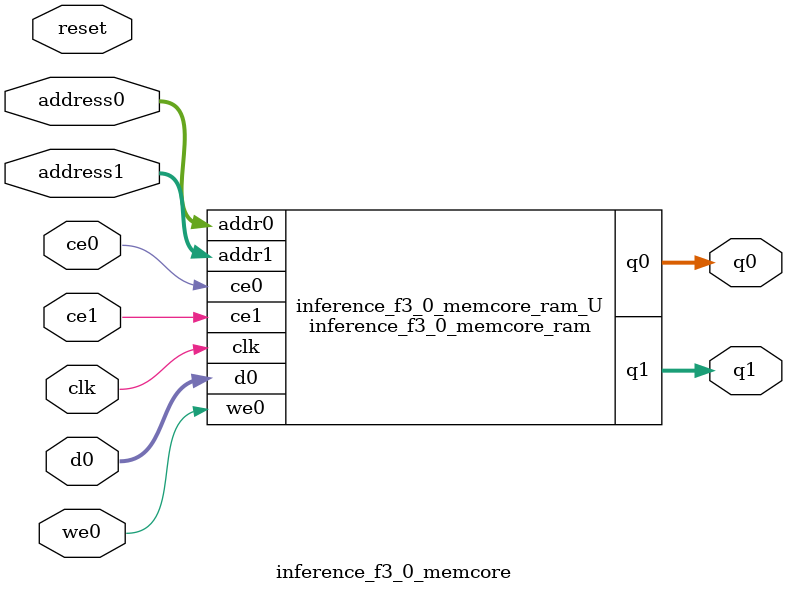
<source format=v>

`timescale 1 ns / 1 ps
module inference_f3_0_memcore_ram (addr0, ce0, d0, we0, q0, addr1, ce1, q1,  clk);

parameter DWIDTH = 32;
parameter AWIDTH = 14;
parameter MEM_SIZE = 9600;

input[AWIDTH-1:0] addr0;
input ce0;
input[DWIDTH-1:0] d0;
input we0;
output reg[DWIDTH-1:0] q0;
input[AWIDTH-1:0] addr1;
input ce1;
output reg[DWIDTH-1:0] q1;
input clk;

(* ram_style = "block" *)reg [DWIDTH-1:0] ram[MEM_SIZE-1:0];




always @(posedge clk)  
begin 
    if (ce0) 
    begin
        if (we0) 
        begin 
            ram[addr0] <= d0; 
            q0 <= d0;
        end 
        else 
            q0 <= ram[addr0];
    end
end


always @(posedge clk)  
begin 
    if (ce1) 
    begin
            q1 <= ram[addr1];
    end
end


endmodule


`timescale 1 ns / 1 ps
module inference_f3_0_memcore(
    reset,
    clk,
    address0,
    ce0,
    we0,
    d0,
    q0,
    address1,
    ce1,
    q1);

parameter DataWidth = 32'd32;
parameter AddressRange = 32'd9600;
parameter AddressWidth = 32'd14;
input reset;
input clk;
input[AddressWidth - 1:0] address0;
input ce0;
input we0;
input[DataWidth - 1:0] d0;
output[DataWidth - 1:0] q0;
input[AddressWidth - 1:0] address1;
input ce1;
output[DataWidth - 1:0] q1;



inference_f3_0_memcore_ram inference_f3_0_memcore_ram_U(
    .clk( clk ),
    .addr0( address0 ),
    .ce0( ce0 ),
    .d0( d0 ),
    .we0( we0 ),
    .q0( q0 ),
    .addr1( address1 ),
    .ce1( ce1 ),
    .q1( q1 ));

endmodule


</source>
